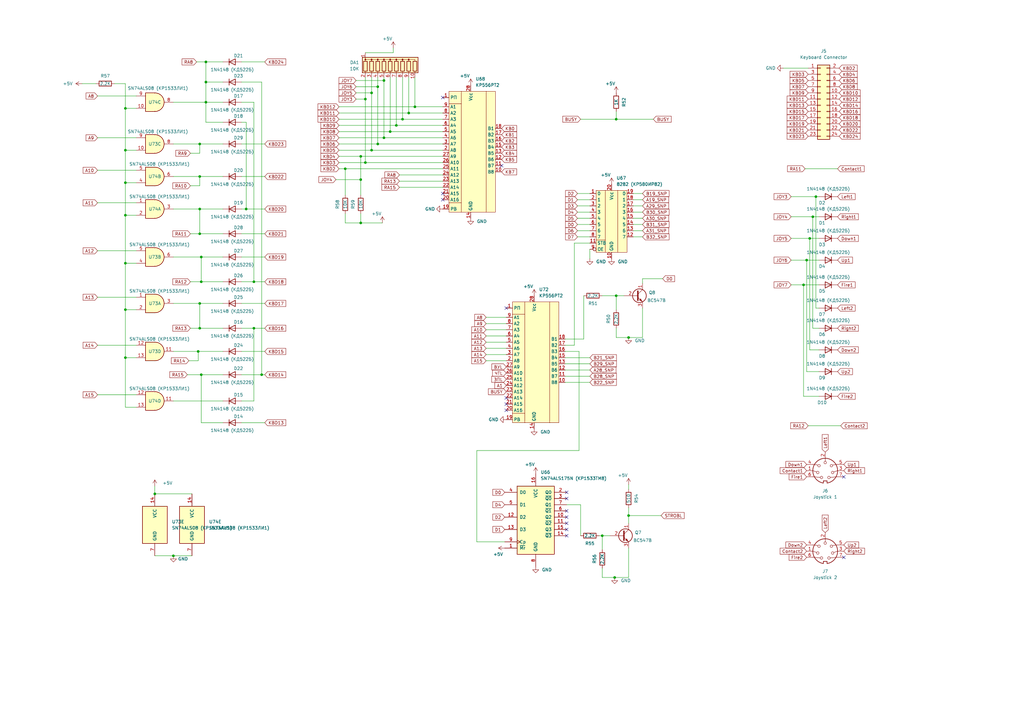
<source format=kicad_sch>
(kicad_sch (version 20211123) (generator eeschema)
  (paper "A3")
  (title_block (comment 2 "Евстафьев"))
  (junction (at 334.645 80.645))
  (junction (at 81.915 72.39))
  (junction (at 157.48 33.02))
  (junction (at 333.375 88.9))
  (junction (at 104.14 134.62))
  (junction (at 257.81 138.43))
  (junction (at 167.64 46.355))
  (junction (at 51.435 146.685))
  (junction (at 252.095 236.855))
  (junction (at 63.5 202.565))
  (junction (at 152.4 61.595))
  (junction (at 147.955 91.44))
  (junction (at 162.56 51.435))
  (junction (at 147.955 73.66))
  (junction (at 81.915 59.055))
  (junction (at 160.02 53.975))
  (junction (at 329.565 116.84))
  (junction (at 81.915 85.725))
  (junction (at 149.86 40.64))
  (junction (at 84.455 25.4))
  (junction (at 141.605 69.215))
  (junction (at 51.435 44.45))
  (junction (at 332.105 97.79))
  (junction (at 81.28 144.145))
  (junction (at 149.86 66.675))
  (junction (at 51.435 88.265))
  (junction (at 100.965 85.725))
  (junction (at 82.55 105.41))
  (junction (at 330.835 106.68))
  (junction (at 51.435 74.93))
  (junction (at 257.81 211.455))
  (junction (at 147.955 64.135))
  (junction (at 82.55 115.57))
  (junction (at 170.18 43.815))
  (junction (at 81.915 134.62))
  (junction (at 71.12 227.965))
  (junction (at 81.915 95.885))
  (junction (at 252.73 48.895))
  (junction (at 84.455 41.91))
  (junction (at 51.435 127))
  (junction (at 154.94 35.56))
  (junction (at 81.915 124.46))
  (junction (at 157.48 56.515))
  (junction (at 104.14 115.57))
  (junction (at 247.015 219.71))
  (junction (at 82.55 153.67))
  (junction (at 107.315 153.67))
  (junction (at 152.4 38.1))
  (junction (at 51.435 61.595))
  (junction (at 252.73 121.285))
  (junction (at 84.455 33.655))
  (junction (at 165.1 48.895))
  (junction (at 154.94 59.055))
  (junction (at 51.435 107.95))
  (no_connect (at 232.41 217.17))
  (no_connect (at 207.645 126.365))
  (no_connect (at 205.74 67.945))
  (no_connect (at 232.41 214.63))
  (no_connect (at 346.075 195.58))
  (no_connect (at 181.61 81.915))
  (no_connect (at 181.61 40.005))
  (no_connect (at 207.645 168.275))
  (no_connect (at 232.41 201.93))
  (no_connect (at 207.645 165.735))
  (no_connect (at 346.075 228.6))
  (no_connect (at 232.41 212.09))
  (no_connect (at 232.41 204.47))
  (no_connect (at 232.41 219.71))
  (no_connect (at 232.41 209.55))
  (no_connect (at 207.645 163.195))
  (no_connect (at 181.61 79.375))
  (wire (pts (xy 199.39 132.715) (xy 207.645 132.715)))
  (wire (pts (xy 162.56 51.435) (xy 181.61 51.435)))
  (wire (pts (xy 149.86 21.59) (xy 161.29 21.59)))
  (wire (pts (xy 84.455 41.91) (xy 91.44 41.91)))
  (wire (pts (xy 78.105 115.57) (xy 82.55 115.57)))
  (wire (pts (xy 108.585 95.885) (xy 99.06 95.885)))
  (wire (pts (xy 139.065 59.055) (xy 154.94 59.055)))
  (wire (pts (xy 139.065 53.975) (xy 160.02 53.975)))
  (wire (pts (xy 329.565 162.56) (xy 329.565 116.84)))
  (wire (pts (xy 333.375 134.62) (xy 333.375 88.9)))
  (wire (pts (xy 107.315 153.67) (xy 99.06 153.67)))
  (wire (pts (xy 33.655 34.29) (xy 39.37 34.29)))
  (wire (pts (xy 167.64 46.355) (xy 181.61 46.355)))
  (wire (pts (xy 154.94 31.75) (xy 154.94 35.56)))
  (wire (pts (xy 71.12 105.41) (xy 82.55 105.41)))
  (wire (pts (xy 139.065 43.815) (xy 170.18 43.815)))
  (wire (pts (xy 157.48 31.75) (xy 157.48 33.02)))
  (wire (pts (xy 108.585 85.725) (xy 100.965 85.725)))
  (wire (pts (xy 71.12 72.39) (xy 81.915 72.39)))
  (wire (pts (xy 77.47 147.955) (xy 81.28 147.955)))
  (wire (pts (xy 147.955 87.63) (xy 147.955 91.44)))
  (wire (pts (xy 236.855 97.155) (xy 241.935 97.155)))
  (wire (pts (xy 51.435 34.29) (xy 46.99 34.29)))
  (wire (pts (xy 40.005 121.92) (xy 55.88 121.92)))
  (wire (pts (xy 137.795 73.66) (xy 147.955 73.66)))
  (wire (pts (xy 263.525 89.535) (xy 259.715 89.535)))
  (wire (pts (xy 100.965 50.165) (xy 100.965 85.725)))
  (wire (pts (xy 81.915 124.46) (xy 91.44 124.46)))
  (wire (pts (xy 146.05 40.64) (xy 149.86 40.64)))
  (wire (pts (xy 324.485 116.84) (xy 329.565 116.84)))
  (wire (pts (xy 167.64 31.75) (xy 167.64 46.355)))
  (wire (pts (xy 81.915 124.46) (xy 81.915 134.62)))
  (wire (pts (xy 51.435 146.685) (xy 51.435 127)))
  (wire (pts (xy 81.915 85.725) (xy 91.44 85.725)))
  (wire (pts (xy 236.855 81.915) (xy 241.935 81.915)))
  (wire (pts (xy 80.645 25.4) (xy 84.455 25.4)))
  (wire (pts (xy 63.5 227.965) (xy 71.12 227.965)))
  (wire (pts (xy 329.565 116.84) (xy 335.915 116.84)))
  (wire (pts (xy 51.435 127) (xy 51.435 107.95)))
  (wire (pts (xy 82.55 105.41) (xy 91.44 105.41)))
  (wire (pts (xy 108.585 72.39) (xy 99.06 72.39)))
  (wire (pts (xy 157.48 33.02) (xy 157.48 56.515)))
  (wire (pts (xy 344.805 174.625) (xy 331.47 174.625)))
  (wire (pts (xy 321.31 27.94) (xy 331.47 27.94)))
  (wire (pts (xy 149.86 66.675) (xy 181.61 66.675)))
  (wire (pts (xy 257.81 224.79) (xy 257.81 236.855)))
  (wire (pts (xy 81.915 72.39) (xy 81.915 76.2)))
  (wire (pts (xy 247.015 236.855) (xy 247.015 233.045)))
  (wire (pts (xy 241.935 146.685) (xy 231.775 146.685)))
  (wire (pts (xy 139.065 46.355) (xy 167.64 46.355)))
  (wire (pts (xy 247.015 219.71) (xy 247.015 225.425)))
  (wire (pts (xy 239.395 139.065) (xy 239.395 121.285)))
  (wire (pts (xy 231.775 149.225) (xy 241.935 149.225)))
  (wire (pts (xy 139.065 64.135) (xy 147.955 64.135)))
  (wire (pts (xy 139.065 56.515) (xy 157.48 56.515)))
  (wire (pts (xy 139.065 51.435) (xy 162.56 51.435)))
  (wire (pts (xy 147.955 91.44) (xy 156.845 91.44)))
  (wire (pts (xy 81.915 95.885) (xy 91.44 95.885)))
  (wire (pts (xy 332.105 143.51) (xy 332.105 97.79)))
  (wire (pts (xy 152.4 31.75) (xy 152.4 38.1)))
  (wire (pts (xy 199.39 147.955) (xy 207.645 147.955)))
  (wire (pts (xy 263.525 92.075) (xy 259.715 92.075)))
  (wire (pts (xy 81.915 72.39) (xy 91.44 72.39)))
  (wire (pts (xy 252.73 121.285) (xy 255.905 121.285)))
  (wire (pts (xy 51.435 107.95) (xy 55.88 107.95)))
  (wire (pts (xy 241.935 151.765) (xy 231.775 151.765)))
  (wire (pts (xy 236.855 92.075) (xy 241.935 92.075)))
  (wire (pts (xy 163.83 76.835) (xy 181.61 76.835)))
  (wire (pts (xy 108.585 144.145) (xy 99.06 144.145)))
  (wire (pts (xy 152.4 61.595) (xy 181.61 61.595)))
  (wire (pts (xy 195.58 222.25) (xy 195.58 184.785)))
  (wire (pts (xy 332.105 97.79) (xy 335.915 97.79)))
  (wire (pts (xy 231.775 141.605) (xy 235.585 141.605)))
  (wire (pts (xy 84.455 33.655) (xy 84.455 25.4)))
  (wire (pts (xy 71.12 59.055) (xy 81.915 59.055)))
  (wire (pts (xy 71.12 41.91) (xy 84.455 41.91)))
  (wire (pts (xy 63.5 202.565) (xy 78.74 202.565)))
  (wire (pts (xy 51.435 74.93) (xy 51.435 61.595)))
  (wire (pts (xy 324.485 97.79) (xy 332.105 97.79)))
  (wire (pts (xy 78.105 95.885) (xy 81.915 95.885)))
  (wire (pts (xy 107.315 33.655) (xy 107.315 153.67)))
  (wire (pts (xy 51.435 44.45) (xy 55.88 44.45)))
  (wire (pts (xy 40.005 69.85) (xy 55.88 69.85)))
  (wire (pts (xy 51.435 107.95) (xy 51.435 88.265)))
  (wire (pts (xy 149.86 40.64) (xy 149.86 66.675)))
  (wire (pts (xy 91.44 115.57) (xy 82.55 115.57)))
  (wire (pts (xy 199.39 140.335) (xy 207.645 140.335)))
  (wire (pts (xy 51.435 74.93) (xy 55.88 74.93)))
  (wire (pts (xy 104.14 164.465) (xy 104.14 134.62)))
  (wire (pts (xy 82.55 173.355) (xy 82.55 153.67)))
  (wire (pts (xy 154.94 59.055) (xy 181.61 59.055)))
  (wire (pts (xy 263.525 94.615) (xy 259.715 94.615)))
  (wire (pts (xy 257.81 138.43) (xy 252.73 138.43)))
  (wire (pts (xy 162.56 31.75) (xy 162.56 51.435)))
  (wire (pts (xy 263.525 138.43) (xy 257.81 138.43)))
  (wire (pts (xy 165.1 31.75) (xy 165.1 48.895)))
  (wire (pts (xy 157.48 56.515) (xy 181.61 56.515)))
  (wire (pts (xy 238.125 48.895) (xy 252.73 48.895)))
  (wire (pts (xy 236.855 84.455) (xy 241.935 84.455)))
  (wire (pts (xy 199.39 130.175) (xy 207.645 130.175)))
  (wire (pts (xy 82.55 153.67) (xy 91.44 153.67)))
  (wire (pts (xy 81.28 144.145) (xy 91.44 144.145)))
  (wire (pts (xy 236.855 89.535) (xy 241.935 89.535)))
  (wire (pts (xy 263.525 84.455) (xy 259.715 84.455)))
  (wire (pts (xy 40.005 161.925) (xy 55.88 161.925)))
  (wire (pts (xy 40.005 102.87) (xy 55.88 102.87)))
  (wire (pts (xy 263.525 79.375) (xy 259.715 79.375)))
  (wire (pts (xy 81.915 59.055) (xy 81.915 62.865)))
  (wire (pts (xy 63.5 199.39) (xy 63.5 202.565)))
  (wire (pts (xy 91.44 173.355) (xy 82.55 173.355)))
  (wire (pts (xy 71.12 144.145) (xy 81.28 144.145)))
  (wire (pts (xy 139.065 48.895) (xy 165.1 48.895)))
  (wire (pts (xy 71.12 227.965) (xy 78.74 227.965)))
  (wire (pts (xy 55.88 167.005) (xy 51.435 167.005)))
  (wire (pts (xy 40.005 39.37) (xy 55.88 39.37)))
  (wire (pts (xy 99.06 50.165) (xy 100.965 50.165)))
  (wire (pts (xy 241.935 106.045) (xy 241.935 102.235)))
  (wire (pts (xy 108.585 153.67) (xy 107.315 153.67)))
  (wire (pts (xy 235.585 99.695) (xy 241.935 99.695)))
  (wire (pts (xy 139.065 61.595) (xy 152.4 61.595)))
  (wire (pts (xy 231.775 154.305) (xy 241.935 154.305)))
  (wire (pts (xy 99.06 85.725) (xy 100.965 85.725)))
  (wire (pts (xy 237.49 144.145) (xy 231.775 144.145)))
  (wire (pts (xy 160.02 31.75) (xy 160.02 53.975)))
  (wire (pts (xy 160.02 53.975) (xy 181.61 53.975)))
  (wire (pts (xy 104.14 41.91) (xy 104.14 115.57)))
  (wire (pts (xy 51.435 44.45) (xy 51.435 34.29)))
  (wire (pts (xy 147.955 64.135) (xy 181.61 64.135)))
  (wire (pts (xy 99.06 164.465) (xy 104.14 164.465)))
  (wire (pts (xy 263.525 114.3) (xy 263.525 116.205)))
  (wire (pts (xy 333.375 88.9) (xy 335.915 88.9)))
  (wire (pts (xy 82.55 105.41) (xy 82.55 115.57)))
  (wire (pts (xy 232.41 207.01) (xy 238.125 207.01)))
  (wire (pts (xy 199.39 145.415) (xy 207.645 145.415)))
  (wire (pts (xy 247.015 121.285) (xy 252.73 121.285)))
  (wire (pts (xy 78.105 62.865) (xy 81.915 62.865)))
  (wire (pts (xy 199.39 137.795) (xy 207.645 137.795)))
  (wire (pts (xy 78.105 134.62) (xy 81.915 134.62)))
  (wire (pts (xy 263.525 114.3) (xy 271.78 114.3)))
  (wire (pts (xy 91.44 50.165) (xy 84.455 50.165)))
  (wire (pts (xy 257.81 211.455) (xy 271.145 211.455)))
  (wire (pts (xy 247.015 219.71) (xy 250.19 219.71)))
  (wire (pts (xy 170.18 43.815) (xy 181.61 43.815)))
  (wire (pts (xy 51.435 167.005) (xy 51.435 146.685)))
  (wire (pts (xy 263.525 81.915) (xy 259.715 81.915)))
  (wire (pts (xy 252.73 138.43) (xy 252.73 134.62)))
  (wire (pts (xy 330.835 152.4) (xy 330.835 106.68)))
  (wire (pts (xy 84.455 50.165) (xy 84.455 41.91)))
  (wire (pts (xy 231.775 139.065) (xy 239.395 139.065)))
  (wire (pts (xy 40.005 141.605) (xy 55.88 141.605)))
  (wire (pts (xy 51.435 61.595) (xy 55.88 61.595)))
  (wire (pts (xy 263.525 86.995) (xy 259.715 86.995)))
  (wire (pts (xy 108.585 105.41) (xy 99.06 105.41)))
  (wire (pts (xy 199.39 135.255) (xy 207.645 135.255)))
  (wire (pts (xy 231.775 156.845) (xy 241.935 156.845)))
  (wire (pts (xy 139.065 69.215) (xy 141.605 69.215)))
  (wire (pts (xy 51.435 88.265) (xy 51.435 74.93)))
  (wire (pts (xy 108.585 124.46) (xy 99.06 124.46)))
  (wire (pts (xy 257.81 236.855) (xy 252.095 236.855)))
  (wire (pts (xy 238.125 207.01) (xy 238.125 219.71)))
  (wire (pts (xy 146.05 35.56) (xy 154.94 35.56)))
  (wire (pts (xy 84.455 25.4) (xy 91.44 25.4)))
  (wire (pts (xy 51.435 88.265) (xy 55.88 88.265)))
  (wire (pts (xy 81.28 144.145) (xy 81.28 147.955)))
  (wire (pts (xy 335.915 143.51) (xy 332.105 143.51)))
  (wire (pts (xy 141.605 69.215) (xy 141.605 80.01)))
  (wire (pts (xy 343.535 69.215) (xy 330.2 69.215)))
  (wire (pts (xy 141.605 91.44) (xy 147.955 91.44)))
  (wire (pts (xy 146.05 33.02) (xy 157.48 33.02)))
  (wire (pts (xy 252.73 45.72) (xy 252.73 48.895)))
  (wire (pts (xy 161.29 19.685) (xy 161.29 21.59)))
  (wire (pts (xy 84.455 33.655) (xy 84.455 41.91)))
  (wire (pts (xy 199.39 142.875) (xy 207.645 142.875)))
  (wire (pts (xy 324.485 80.645) (xy 334.645 80.645)))
  (wire (pts (xy 141.605 69.215) (xy 181.61 69.215)))
  (wire (pts (xy 51.435 127) (xy 55.88 127)))
  (wire (pts (xy 99.06 41.91) (xy 104.14 41.91)))
  (wire (pts (xy 324.485 106.68) (xy 330.835 106.68)))
  (wire (pts (xy 81.915 85.725) (xy 81.915 95.885)))
  (wire (pts (xy 207.01 222.25) (xy 195.58 222.25)))
  (wire (pts (xy 335.915 134.62) (xy 333.375 134.62)))
  (wire (pts (xy 237.49 184.785) (xy 237.49 144.145)))
  (wire (pts (xy 51.435 146.685) (xy 55.88 146.685)))
  (wire (pts (xy 236.855 79.375) (xy 241.935 79.375)))
  (wire (pts (xy 165.1 48.895) (xy 181.61 48.895)))
  (wire (pts (xy 108.585 25.4) (xy 99.06 25.4)))
  (wire (pts (xy 40.005 83.185) (xy 55.88 83.185)))
  (wire (pts (xy 81.915 134.62) (xy 91.44 134.62)))
  (wire (pts (xy 146.05 38.1) (xy 152.4 38.1)))
  (wire (pts (xy 147.955 64.135) (xy 147.955 73.66)))
  (wire (pts (xy 163.83 71.755) (xy 181.61 71.755)))
  (wire (pts (xy 252.095 236.855) (xy 247.015 236.855)))
  (wire (pts (xy 236.855 86.995) (xy 241.935 86.995)))
  (wire (pts (xy 257.81 211.455) (xy 257.81 214.63)))
  (wire (pts (xy 236.855 94.615) (xy 241.935 94.615)))
  (wire (pts (xy 334.645 80.645) (xy 335.915 80.645)))
  (wire (pts (xy 334.645 126.365) (xy 334.645 80.645)))
  (wire (pts (xy 252.73 48.895) (xy 267.97 48.895)))
  (wire (pts (xy 71.12 85.725) (xy 81.915 85.725)))
  (wire (pts (xy 335.915 126.365) (xy 334.645 126.365)))
  (wire (pts (xy 91.44 33.655) (xy 84.455 33.655)))
  (wire (pts (xy 149.86 31.75) (xy 149.86 40.64)))
  (wire (pts (xy 263.525 97.155) (xy 259.715 97.155)))
  (wire (pts (xy 252.73 121.285) (xy 252.73 127)))
  (wire (pts (xy 263.525 126.365) (xy 263.525 138.43)))
  (wire (pts (xy 324.485 88.9) (xy 333.375 88.9)))
  (wire (pts (xy 195.58 184.785) (xy 237.49 184.785)))
  (wire (pts (xy 147.955 73.66) (xy 147.955 80.01)))
  (wire (pts (xy 335.915 152.4) (xy 330.835 152.4)))
  (wire (pts (xy 330.835 106.68) (xy 335.915 106.68)))
  (wire (pts (xy 152.4 38.1) (xy 152.4 61.595)))
  (wire (pts (xy 71.12 124.46) (xy 81.915 124.46)))
  (wire (pts (xy 108.585 59.055) (xy 99.06 59.055)))
  (wire (pts (xy 78.105 76.2) (xy 81.915 76.2)))
  (wire (pts (xy 154.94 35.56) (xy 154.94 59.055)))
  (wire (pts (xy 141.605 87.63) (xy 141.605 91.44)))
  (wire (pts (xy 76.835 153.67) (xy 82.55 153.67)))
  (wire (pts (xy 71.12 164.465) (xy 91.44 164.465)))
  (wire (pts (xy 163.83 74.295) (xy 181.61 74.295)))
  (wire (pts (xy 108.585 134.62) (xy 104.14 134.62)))
  (wire (pts (xy 257.81 198.755) (xy 257.81 200.66)))
  (wire (pts (xy 170.18 31.75) (xy 170.18 43.815)))
  (wire (pts (xy 108.585 115.57) (xy 104.14 115.57)))
  (wire (pts (xy 108.585 173.355) (xy 99.06 173.355)))
  (wire (pts (xy 104.14 115.57) (xy 99.06 115.57)))
  (wire (pts (xy 139.065 66.675) (xy 149.86 66.675)))
  (wire (pts (xy 40.005 56.515) (xy 55.88 56.515)))
  (wire (pts (xy 335.915 162.56) (xy 329.565 162.56)))
  (wire (pts (xy 99.06 33.655) (xy 107.315 33.655)))
  (wire (pts (xy 51.435 61.595) (xy 51.435 44.45)))
  (wire (pts (xy 257.81 208.28) (xy 257.81 211.455)))
  (wire (pts (xy 104.14 134.62) (xy 99.06 134.62)))
  (wire (pts (xy 245.745 219.71) (xy 247.015 219.71)))
  (wire (pts (xy 235.585 141.605) (xy 235.585 99.695)))
  (wire (pts (xy 81.915 59.055) (xy 91.44 59.055)))
  (global_label "Up2" (shape input) (at 346.075 223.52 0) (property "Intersheet References" "${INTERSHEET_REFS}" (effects hide)))
  (global_label "Left1" (shape input) (at 343.535 80.645 0) (property "Intersheet References" "${INTERSHEET_REFS}" (effects hide)))
  (global_label "A30_SNP" (shape input) (at 263.525 89.535 0) (property "Intersheet References" "${INTERSHEET_REFS}" (effects hide)))
  (global_label "JOY6" (shape input) (at 324.485 106.68 180) (property "Intersheet References" "${INTERSHEET_REFS}" (effects hide)))
  (global_label "B29_SNP" (shape input) (at 241.935 149.225 0) (property "Intersheet References" "${INTERSHEET_REFS}" (effects hide)))
  (global_label "KBD6" (shape input) (at 139.065 59.055 180) (property "Intersheet References" "${INTERSHEET_REFS}" (effects hide)))
  (global_label "D0" (shape input) (at 236.855 92.075 180) (property "Intersheet References" "${INTERSHEET_REFS}" (effects hide)))
  (global_label "KBD2" (shape input) (at 344.17 27.94 0) (property "Intersheet References" "${INTERSHEET_REFS}" (effects hide)))
  (global_label "KBD11" (shape input) (at 331.47 40.64 180) (property "Intersheet References" "${INTERSHEET_REFS}" (effects hide)))
  (global_label "Down2" (shape input) (at 330.835 223.52 180) (property "Intersheet References" "${INTERSHEET_REFS}" (effects hide)))
  (global_label "RA8" (shape input) (at 163.83 71.755 180) (property "Intersheet References" "${INTERSHEET_REFS}" (effects hide)))
  (global_label "JOY4" (shape input) (at 324.485 88.9 180) (property "Intersheet References" "${INTERSHEET_REFS}" (effects hide)))
  (global_label "KBD8" (shape input) (at 139.065 53.975 180) (property "Intersheet References" "${INTERSHEET_REFS}" (effects hide)))
  (global_label "KBD7" (shape input) (at 139.065 56.515 180) (property "Intersheet References" "${INTERSHEET_REFS}" (effects hide)))
  (global_label "Fire2" (shape input) (at 330.835 228.6 180) (property "Intersheet References" "${INTERSHEET_REFS}" (effects hide)))
  (global_label "KBD23" (shape input) (at 108.585 59.055 0) (property "Intersheet References" "${INTERSHEET_REFS}" (effects hide)))
  (global_label "B21_SNP" (shape input) (at 241.935 146.685 0) (property "Intersheet References" "${INTERSHEET_REFS}" (effects hide)))
  (global_label "KBD13" (shape input) (at 331.47 43.18 180) (property "Intersheet References" "${INTERSHEET_REFS}" (effects hide)))
  (global_label "A14" (shape input) (at 40.005 141.605 180) (property "Intersheet References" "${INTERSHEET_REFS}" (effects hide)))
  (global_label "A19_SNP" (shape input) (at 263.525 81.915 0) (property "Intersheet References" "${INTERSHEET_REFS}" (effects hide)))
  (global_label "KB4" (shape input) (at 205.74 62.865 0) (property "Intersheet References" "${INTERSHEET_REFS}" (effects hide)))
  (global_label "KB1" (shape input) (at 205.74 55.245 0) (property "Intersheet References" "${INTERSHEET_REFS}" (effects hide)))
  (global_label "A14" (shape input) (at 199.39 145.415 180) (property "Intersheet References" "${INTERSHEET_REFS}" (effects hide)))
  (global_label "Right1" (shape input) (at 346.075 193.04 0) (property "Intersheet References" "${INTERSHEET_REFS}" (effects hide)))
  (global_label "KBD15" (shape input) (at 331.47 45.72 180) (property "Intersheet References" "${INTERSHEET_REFS}" (effects hide)))
  (global_label "Right1" (shape input) (at 343.535 88.9 0) (property "Intersheet References" "${INTERSHEET_REFS}" (effects hide)))
  (global_label "KBD19" (shape input) (at 108.585 105.41 0) (property "Intersheet References" "${INTERSHEET_REFS}" (effects hide)))
  (global_label "RA11" (shape input) (at 330.2 69.215 180) (property "Intersheet References" "${INTERSHEET_REFS}" (effects hide)))
  (global_label "KBD12" (shape input) (at 139.065 43.815 180) (property "Intersheet References" "${INTERSHEET_REFS}" (effects hide)))
  (global_label "A9" (shape input) (at 199.39 132.715 180) (property "Intersheet References" "${INTERSHEET_REFS}" (effects hide)))
  (global_label "KBD6" (shape input) (at 344.17 33.02 0) (property "Intersheet References" "${INTERSHEET_REFS}" (effects hide)))
  (global_label "KBD4" (shape input) (at 139.065 64.135 180) (property "Intersheet References" "${INTERSHEET_REFS}" (effects hide)))
  (global_label "D5" (shape input) (at 236.855 89.535 180) (property "Intersheet References" "${INTERSHEET_REFS}" (effects hide)))
  (global_label "A15" (shape input) (at 40.005 161.925 180) (property "Intersheet References" "${INTERSHEET_REFS}" (effects hide)))
  (global_label "KBD21" (shape input) (at 331.47 53.34 180) (property "Intersheet References" "${INTERSHEET_REFS}" (effects hide)))
  (global_label "ЗПL" (shape input) (at 207.645 155.575 180) (property "Intersheet References" "${INTERSHEET_REFS}" (effects hide)))
  (global_label "D1" (shape input) (at 207.01 217.17 180) (property "Intersheet References" "${INTERSHEET_REFS}" (effects hide)))
  (global_label "Fire2" (shape input) (at 343.535 162.56 0) (property "Intersheet References" "${INTERSHEET_REFS}" (effects hide)))
  (global_label "B32_SNP" (shape input) (at 263.525 97.155 0) (property "Intersheet References" "${INTERSHEET_REFS}" (effects hide)))
  (global_label "KBD11" (shape input) (at 139.065 46.355 180) (property "Intersheet References" "${INTERSHEET_REFS}" (effects hide)))
  (global_label "D6" (shape input) (at 236.855 94.615 180) (property "Intersheet References" "${INTERSHEET_REFS}" (effects hide)))
  (global_label "KBD14" (shape input) (at 108.585 153.67 0) (property "Intersheet References" "${INTERSHEET_REFS}" (effects hide)))
  (global_label "KBD10" (shape input) (at 139.065 48.895 180) (property "Intersheet References" "${INTERSHEET_REFS}" (effects hide)))
  (global_label "KBD22" (shape input) (at 344.17 53.34 0) (property "Intersheet References" "${INTERSHEET_REFS}" (effects hide)))
  (global_label "RA12" (shape input) (at 331.47 174.625 180) (property "Intersheet References" "${INTERSHEET_REFS}" (effects hide)))
  (global_label "Contact1" (shape input) (at 330.835 193.04 180) (property "Intersheet References" "${INTERSHEET_REFS}" (effects hide)))
  (global_label "KBD22" (shape input) (at 108.585 72.39 0) (property "Intersheet References" "${INTERSHEET_REFS}" (effects hide)))
  (global_label "KBD20" (shape input) (at 344.17 50.8 0) (property "Intersheet References" "${INTERSHEET_REFS}" (effects hide)))
  (global_label "RA13" (shape input) (at 78.105 134.62 180) (property "Intersheet References" "${INTERSHEET_REFS}" (effects hide)))
  (global_label "KBD19" (shape input) (at 331.47 50.8 180) (property "Intersheet References" "${INTERSHEET_REFS}" (effects hide)))
  (global_label "KB3" (shape input) (at 205.74 60.325 0) (property "Intersheet References" "${INTERSHEET_REFS}" (effects hide)))
  (global_label "KBD8" (shape input) (at 344.17 35.56 0) (property "Intersheet References" "${INTERSHEET_REFS}" (effects hide)))
  (global_label "RA14" (shape input) (at 77.47 147.955 180) (property "Intersheet References" "${INTERSHEET_REFS}" (effects hide)))
  (global_label "A10" (shape input) (at 40.005 69.85 180) (property "Intersheet References" "${INTERSHEET_REFS}" (effects hide)))
  (global_label "RA15" (shape input) (at 163.83 76.835 180) (property "Intersheet References" "${INTERSHEET_REFS}" (effects hide)))
  (global_label "BUSY" (shape input) (at 238.125 48.895 180) (property "Intersheet References" "${INTERSHEET_REFS}" (effects hide)))
  (global_label "KBD20" (shape input) (at 108.585 85.725 0) (property "Intersheet References" "${INTERSHEET_REFS}" (effects hide)))
  (global_label "Up1" (shape input) (at 343.535 106.68 0) (property "Intersheet References" "${INTERSHEET_REFS}" (effects hide)))
  (global_label "Fire1" (shape input) (at 330.835 195.58 180) (property "Intersheet References" "${INTERSHEET_REFS}" (effects hide)))
  (global_label "A1" (shape input) (at 207.645 158.115 180) (property "Intersheet References" "${INTERSHEET_REFS}" (effects hide)))
  (global_label "KBD16" (shape input) (at 108.585 134.62 0) (property "Intersheet References" "${INTERSHEET_REFS}" (effects hide)))
  (global_label "Up2" (shape input) (at 343.535 152.4 0) (property "Intersheet References" "${INTERSHEET_REFS}" (effects hide)))
  (global_label "D2" (shape input) (at 236.855 79.375 180) (property "Intersheet References" "${INTERSHEET_REFS}" (effects hide)))
  (global_label "Right2" (shape input) (at 346.075 226.06 0) (property "Intersheet References" "${INTERSHEET_REFS}" (effects hide)))
  (global_label "RA8" (shape input) (at 80.645 25.4 180) (property "Intersheet References" "${INTERSHEET_REFS}" (effects hide)))
  (global_label "A12" (shape input) (at 199.39 140.335 180) (property "Intersheet References" "${INTERSHEET_REFS}" (effects hide)))
  (global_label "A29_SNP" (shape input) (at 263.525 84.455 0) (property "Intersheet References" "${INTERSHEET_REFS}" (effects hide)))
  (global_label "ВУL" (shape input) (at 207.645 150.495 180) (property "Intersheet References" "${INTERSHEET_REFS}" (effects hide)))
  (global_label "A31_SNP" (shape input) (at 263.525 94.615 0) (property "Intersheet References" "${INTERSHEET_REFS}" (effects hide)))
  (global_label "Up1" (shape input) (at 346.075 190.5 0) (property "Intersheet References" "${INTERSHEET_REFS}" (effects hide)))
  (global_label "B30_SNP" (shape input) (at 263.525 86.995 0) (property "Intersheet References" "${INTERSHEET_REFS}" (effects hide)))
  (global_label "KBD12" (shape input) (at 344.17 40.64 0) (property "Intersheet References" "${INTERSHEET_REFS}" (effects hide)))
  (global_label "KBD18" (shape input) (at 108.585 115.57 0) (property "Intersheet References" "${INTERSHEET_REFS}" (effects hide)))
  (global_label "KB0" (shape input) (at 205.74 52.705 0) (property "Intersheet References" "${INTERSHEET_REFS}" (effects hide)))
  (global_label "KBD10" (shape input) (at 344.17 38.1 0) (property "Intersheet References" "${INTERSHEET_REFS}" (effects hide)))
  (global_label "RA15" (shape input) (at 76.835 153.67 180) (property "Intersheet References" "${INTERSHEET_REFS}" (effects hide)))
  (global_label "RA12" (shape input) (at 78.105 115.57 180) (property "Intersheet References" "${INTERSHEET_REFS}" (effects hide)))
  (global_label "RA10" (shape input) (at 78.105 76.2 180) (property "Intersheet References" "${INTERSHEET_REFS}" (effects hide)))
  (global_label "KBD3" (shape input) (at 139.065 66.675 180) (property "Intersheet References" "${INTERSHEET_REFS}" (effects hide)))
  (global_label "A13" (shape input) (at 40.005 121.92 180) (property "Intersheet References" "${INTERSHEET_REFS}" (effects hide)))
  (global_label "A15" (shape input) (at 199.39 147.955 180) (property "Intersheet References" "${INTERSHEET_REFS}" (effects hide)))
  (global_label "KBD23" (shape input) (at 331.47 55.88 180) (property "Intersheet References" "${INTERSHEET_REFS}" (effects hide)))
  (global_label "JOY4" (shape input) (at 137.795 73.66 180) (property "Intersheet References" "${INTERSHEET_REFS}" (effects hide)))
  (global_label "KBD13" (shape input) (at 108.585 173.355 0) (property "Intersheet References" "${INTERSHEET_REFS}" (effects hide)))
  (global_label "Contact2" (shape input) (at 330.835 226.06 180) (property "Intersheet References" "${INTERSHEET_REFS}" (effects hide)))
  (global_label "Left1" (shape input) (at 338.455 185.42 90) (property "Intersheet References" "${INTERSHEET_REFS}" (effects hide)))
  (global_label "KBD24" (shape input) (at 344.17 55.88 0) (property "Intersheet References" "${INTERSHEET_REFS}" (effects hide)))
  (global_label "D4" (shape input) (at 236.855 86.995 180) (property "Intersheet References" "${INTERSHEET_REFS}" (effects hide)))
  (global_label "B19_SNP" (shape input) (at 263.525 79.375 0) (property "Intersheet References" "${INTERSHEET_REFS}" (effects hide)))
  (global_label "A9" (shape input) (at 40.005 56.515 180) (property "Intersheet References" "${INTERSHEET_REFS}" (effects hide)))
  (global_label "KBD17" (shape input) (at 108.585 124.46 0) (property "Intersheet References" "${INTERSHEET_REFS}" (effects hide)))
  (global_label "BUSY" (shape input) (at 207.645 160.655 180) (property "Intersheet References" "${INTERSHEET_REFS}" (effects hide)))
  (global_label "KBD16" (shape input) (at 344.17 45.72 0) (property "Intersheet References" "${INTERSHEET_REFS}" (effects hide)))
  (global_label "D7" (shape input) (at 236.855 97.155 180) (property "Intersheet References" "${INTERSHEET_REFS}" (effects hide)))
  (global_label "RA11" (shape input) (at 78.105 95.885 180) (property "Intersheet References" "${INTERSHEET_REFS}" (effects hide)))
  (global_label "JOY3" (shape input) (at 324.485 80.645 180) (property "Intersheet References" "${INTERSHEET_REFS}" (effects hide)))
  (global_label "JOY7" (shape input) (at 324.485 116.84 180) (property "Intersheet References" "${INTERSHEET_REFS}" (effects hide)))
  (global_label "Down1" (shape input) (at 343.535 97.79 0) (property "Intersheet References" "${INTERSHEET_REFS}" (effects hide)))
  (global_label "A11" (shape input) (at 40.005 83.185 180) (property "Intersheet References" "${INTERSHEET_REFS}" (effects hide)))
  (global_label "KBD15" (shape input) (at 108.585 144.145 0) (property "Intersheet References" "${INTERSHEET_REFS}" (effects hide)))
  (global_label "KBD9" (shape input) (at 139.065 51.435 180) (property "Intersheet References" "${INTERSHEET_REFS}" (effects hide)))
  (global_label "KBD5" (shape input) (at 331.47 33.02 180) (property "Intersheet References" "${INTERSHEET_REFS}" (effects hide)))
  (global_label "A11" (shape input) (at 199.39 137.795 180) (property "Intersheet References" "${INTERSHEET_REFS}" (effects hide)))
  (global_label "KBD5" (shape input) (at 139.065 61.595 180) (property "Intersheet References" "${INTERSHEET_REFS}" (effects hide)))
  (global_label "RA9" (shape input) (at 78.105 62.865 180) (property "Intersheet References" "${INTERSHEET_REFS}" (effects hide)))
  (global_label "Down2" (shape input) (at 343.535 143.51 0) (property "Intersheet References" "${INTERSHEET_REFS}" (effects hide)))
  (global_label "KBD2" (shape input) (at 139.065 69.215 180) (property "Intersheet References" "${INTERSHEET_REFS}" (effects hide)))
  (global_label "KBD24" (shape input) (at 108.585 25.4 0) (property "Intersheet References" "${INTERSHEET_REFS}" (effects hide)))
  (global_label "STROBL" (shape input) (at 271.145 211.455 0) (property "Intersheet References" "${INTERSHEET_REFS}" (effects hide)))
  (global_label "D2" (shape input) (at 207.01 212.09 180) (property "Intersheet References" "${INTERSHEET_REFS}" (effects hide)))
  (global_label "Right2" (shape input) (at 343.535 134.62 0) (property "Intersheet References" "${INTERSHEET_REFS}" (effects hide)))
  (global_label "JOY5" (shape input) (at 146.05 38.1 180) (property "Intersheet References" "${INTERSHEET_REFS}" (effects hide)))
  (global_label "D3" (shape input) (at 236.855 84.455 180) (property "Intersheet References" "${INTERSHEET_REFS}" (effects hide)))
  (global_label "KBD18" (shape input) (at 344.17 48.26 0) (property "Intersheet References" "${INTERSHEET_REFS}" (effects hide)))
  (global_label "A12" (shape input) (at 40.005 102.87 180) (property "Intersheet References" "${INTERSHEET_REFS}" (effects hide)))
  (global_label "B31_SNP" (shape input) (at 263.525 92.075 0) (property "Intersheet References" "${INTERSHEET_REFS}" (effects hide)))
  (global_label "KBD4" (shape input) (at 344.17 30.48 0) (property "Intersheet References" "${INTERSHEET_REFS}" (effects hide)))
  (global_label "KBD7" (shape input) (at 331.47 35.56 180) (property "Intersheet References" "${INTERSHEET_REFS}" (effects hide)))
  (global_label "Fire1" (shape input) (at 343.535 116.84 0) (property "Intersheet References" "${INTERSHEET_REFS}" (effects hide)))
  (global_label "A10" (shape input) (at 199.39 135.255 180) (property "Intersheet References" "${INTERSHEET_REFS}" (effects hide)))
  (global_label "D0" (shape input) (at 271.78 114.3 0) (property "Intersheet References" "${INTERSHEET_REFS}" (effects hide)))
  (global_label "Contact2" (shape input) (at 344.805 174.625 0) (property "Intersheet References" "${INTERSHEET_REFS}" (effects hide)))
  (global_label "KBD21" (shape input) (at 108.585 95.885 0) (property "Intersheet References" "${INTERSHEET_REFS}" (effects hide)))
  (global_label "KBD17" (shape input) (at 331.47 48.26 180) (property "Intersheet References" "${INTERSHEET_REFS}" (effects hide)))
  (global_label "BUSY" (shape input) (at 267.97 48.895 0) (property "Intersheet References" "${INTERSHEET_REFS}" (effects hide)))
  (global_label "KB2" (shape input) (at 205.74 57.785 0) (property "Intersheet References" "${INTERSHEET_REFS}" (effects hide)))
  (global_label "A13" (shape input) (at 199.39 142.875 180) (property "Intersheet References" "${INTERSHEET_REFS}" (effects hide)))
  (global_label "KBD9" (shape input) (at 331.47 38.1 180) (property "Intersheet References" "${INTERSHEET_REFS}" (effects hide)))
  (global_label "A28_SNP" (shape input) (at 241.935 151.765 0) (property "Intersheet References" "${INTERSHEET_REFS}" (effects hide)))
  (global_label "KB5" (shape input) (at 205.74 65.405 0) (property "Intersheet References" "${INTERSHEET_REFS}" (effects hide)))
  (global_label "JOY3" (shape input) (at 146.05 40.64 180) (property "Intersheet References" "${INTERSHEET_REFS}" (effects hide)))
  (global_label "D1" (shape input) (at 236.855 81.915 180) (property "Intersheet References" "${INTERSHEET_REFS}" (effects hide)))
  (global_label "A8" (shape input) (at 199.39 130.175 180) (property "Intersheet References" "${INTERSHEET_REFS}" (effects hide)))
  (global_label "JOY5" (shape input) (at 324.485 97.79 180) (property "Intersheet References" "${INTERSHEET_REFS}" (effects hide)))
  (global_label "KBD3" (shape input) (at 331.47 30.48 180) (property "Intersheet References" "${INTERSHEET_REFS}" (effects hide)))
  (global_label "B28_SNP" (shape input) (at 241.935 154.305 0) (property "Intersheet References" "${INTERSHEET_REFS}" (effects hide)))
  (global_label "Left2" (shape input) (at 338.455 218.44 90) (property "Intersheet References" "${INTERSHEET_REFS}" (effects hide)))
  (global_label "D4" (shape input) (at 207.01 207.01 180) (property "Intersheet References" "${INTERSHEET_REFS}" (effects hide)))
  (global_label "JOY6" (shape input) (at 146.05 35.56 180) (property "Intersheet References" "${INTERSHEET_REFS}" (effects hide)))
  (global_label "KBD14" (shape input) (at 344.17 43.18 0) (property "Intersheet References" "${INTERSHEET_REFS}" (effects hide)))
  (global_label "RA13" (shape input) (at 163.83 74.295 180) (property "Intersheet References" "${INTERSHEET_REFS}" (effects hide)))
  (global_label "D0" (shape input) (at 207.01 201.93 180) (property "Intersheet References" "${INTERSHEET_REFS}" (effects hide)))
  (global_label "Left2" (shape input) (at 343.535 126.365 0) (property "Intersheet References" "${INTERSHEET_REFS}" (effects hide)))
  (global_label "ЧТL" (shape input) (at 207.645 153.035 180) (property "Intersheet References" "${INTERSHEET_REFS}" (effects hide)))
  (global_label "B22_SNP" (shape input) (at 241.935 156.845 0) (property "Intersheet References" "${INTERSHEET_REFS}" (effects hide)))
  (global_label "Contact1" (shape input) (at 343.535 69.215 0) (property "Intersheet References" "${INTERSHEET_REFS}" (effects hide)))
  (global_label "KB7" (shape input) (at 205.74 70.485 0) (property "Intersheet References" "${INTERSHEET_REFS}" (effects hide)))
  (global_label "JOY7" (shape input) (at 146.05 33.02 180) (property "Intersheet References" "${INTERSHEET_REFS}" (effects hide)))
  (global_label "A8" (shape input) (at 40.005 39.37 180) (property "Intersheet References" "${INTERSHEET_REFS}" (effects hide)))
  (global_label "Down1" (shape input) (at 330.835 190.5 180) (property "Intersheet References" "${INTERSHEET_REFS}" (effects hide)))
  (symbol (lib_id "power:+5V") (at 33.655 34.29 90) (unit 1)
    (property "Reference" "#PWR0253" (effects hide))
    (property "Value" "+5V" (at 29.845 34.2899 90) (effects (justify left)))
  )
  (symbol (lib_id "Device:R") (at 147.955 83.82 180) (unit 1)
    (property "Reference" "R59" (at 144.78 83.82 90))
    (property "Value" "10K" (at 147.955 83.82 90))
    (property "Footprint" "Resistor_THT:R_Axial_DIN0207_L6.3mm_D2.5mm_P10.16mm_Horizontal" (effects hide))
  )
  (symbol (lib_id "power:GND") (at 71.12 227.965 0) (unit 1)
    (property "Reference" "#PWR0254" (effects hide))
    (property "Value" "GND" (at 73.025 229.2349 0) (effects (justify left)))
  )
  (symbol (lib_id "power:+5V") (at 219.71 194.31 0) (unit 1)
    (property "Reference" "#PWR0266" (effects hide))
    (property "Value" "+5V" (at 215.265 190.5 0) (effects (justify left)))
  )
  (symbol (lib_id "74xx:74LS08") (at 63.5 215.265 0) (unit 5)
    (property "Reference" "U73" (at 70.485 213.9949 0) (effects (justify left)))
    (property "Value" "SN74ALS08 (КР1533ЛИ1)" (at 70.485 216.5349 0) (effects (justify left)))
    (property "Footprint" "Package_DIP:DIP-14_W7.62mm_Socket" (effects hide))
    (property "Datasheet" "http://www.ti.com/lit/gpn/sn74LS08" (effects hide))
  )
  (symbol (lib_id "Device:R") (at 43.18 34.29 90) (unit 1)
    (property "Reference" "R57" (at 43.18 31.115 90))
    (property "Value" "2.2K" (at 43.18 34.29 90))
    (property "Footprint" "Resistor_THT:R_Axial_DIN0207_L6.3mm_D2.5mm_P10.16mm_Horizontal" (effects hide))
  )
  (symbol (lib_id "power:+5V") (at 63.5 199.39 0) (unit 1)
    (property "Reference" "#PWR0252" (effects hide))
    (property "Value" "+5V" (at 66.675 198.1199 0) (effects (justify left)))
  )
  (symbol (lib_id "power:GND") (at 241.935 106.045 0) (unit 1)
    (property "Reference" "#PWR0273" (effects hide))
    (property "Value" "GND" (at 244.475 107.3149 0) (effects (justify left)))
  )
  (symbol (lib_id "power:GND") (at 193.04 89.535 0) (unit 1)
    (property "Reference" "#PWR0256" (effects hide))
    (property "Value" "GND" (at 195.58 90.8049 0) (effects (justify left)))
  )
  (symbol (lib_id "74xx:74LS08") (at 63.5 164.465 0) (unit 4)
    (property "Reference" "U74" (at 63.5 164.465 0))
    (property "Value" "SN74ALS08 (КР1533ЛИ1)" (at 65.405 159.385 0))
    (property "Footprint" "Package_DIP:DIP-14_W7.62mm_Socket" (effects hide))
    (property "Datasheet" "http://www.ti.com/lit/gpn/sn74LS08" (effects hide))
  )
  (symbol (lib_id "74xx:74LS08") (at 63.5 85.725 0) (unit 1)
    (property "Reference" "U74" (at 63.5 85.725 0))
    (property "Value" "SN74ALS08 (КР1533ЛИ1)" (at 65.405 80.645 0))
    (property "Footprint" "Package_DIP:DIP-14_W7.62mm_Socket" (effects hide))
    (property "Datasheet" "http://www.ti.com/lit/gpn/sn74LS08" (effects hide))
  )
  (symbol (lib_id "Device:D") (at 95.25 85.725 0) (unit 1)
    (property "Reference" "D19" (at 97.79 83.185 0))
    (property "Value" "1N4148 (КД522Б)" (at 95.25 88.9 0))
    (property "Footprint" "Diode_THT:D_DO-35_SOD27_P10.16mm_Horizontal" (effects hide))
  )
  (symbol (lib_id "power:+5V") (at 219.075 121.285 0) (unit 1)
    (property "Reference" "#PWR0269" (effects hide))
    (property "Value" "+5V" (at 214.63 117.475 0) (effects (justify left)))
  )
  (symbol (lib_id "Connector:DIN-7") (at 338.455 193.04 0) (unit 1)
    (property "Reference" "J6" (at 338.4551 201.295 0))
    (property "Value" "Joystick 1" (at 338.4551 203.835 0))
    (property "Footprint" "w_conn_av:DIN-7-Variable" (effects hide))
    (property "Datasheet" "http://www.mouser.com/ds/2/18/40_c091_abd_e-75918.pdf" (effects hide))
  )
  (symbol (lib_id "Device:R") (at 257.81 204.47 0) (unit 1)
    (property "Reference" "R54" (at 260.985 204.47 90))
    (property "Value" "510" (at 257.81 204.47 90))
    (property "Footprint" "Resistor_THT:R_Axial_DIN0207_L6.3mm_D2.5mm_P10.16mm_Horizontal" (effects hide))
  )
  (symbol (lib_id "Device:R") (at 252.73 41.91 0) (unit 1)
    (property "Reference" "R52" (at 255.905 41.91 90))
    (property "Value" "1K" (at 252.73 41.91 90))
    (property "Footprint" "Resistor_THT:R_Axial_DIN0207_L6.3mm_D2.5mm_P10.16mm_Horizontal" (effects hide))
  )
  (symbol (lib_id "power:+5V") (at 250.825 75.565 0) (unit 1)
    (property "Reference" "#PWR0272" (effects hide))
    (property "Value" "+5V" (at 246.38 71.755 0) (effects (justify left)))
  )
  (symbol (lib_id "power:+5V") (at 161.29 19.685 0) (unit 1)
    (property "Reference" "#PWR0259" (effects hide))
    (property "Value" "+5V" (at 156.845 15.875 0) (effects (justify left)))
  )
  (symbol (lib_id "Device:D") (at 95.25 173.355 0) (unit 1)
    (property "Reference" "D14" (at 97.79 170.815 0))
    (property "Value" "1N4148 (КД522Б)" (at 95.25 176.53 0))
    (property "Footprint" "Diode_THT:D_DO-35_SOD27_P10.16mm_Horizontal" (effects hide))
  )
  (symbol (lib_id "Device:D") (at 339.725 116.84 180) (unit 1)
    (property "Reference" "D5" (at 337.185 119.38 0))
    (property "Value" "1N4148 (КД522Б)" (at 339.725 113.665 0))
    (property "Footprint" "Diode_THT:D_DO-35_SOD27_P10.16mm_Horizontal" (effects hide))
  )
  (symbol (lib_id "Device:D") (at 339.725 80.645 180) (unit 1)
    (property "Reference" "D2" (at 337.185 83.185 0))
    (property "Value" "1N4148 (КД522Б)" (at 339.725 77.47 0))
    (property "Footprint" "Diode_THT:D_DO-35_SOD27_P10.16mm_Horizontal" (effects hide))
  )
  (symbol (lib_id "Device:D") (at 339.725 143.51 180) (unit 1)
    (property "Reference" "D8" (at 337.185 146.05 0))
    (property "Value" "1N4148 (КД522Б)" (at 339.725 140.335 0))
    (property "Footprint" "Diode_THT:D_DO-35_SOD27_P10.16mm_Horizontal" (effects hide))
  )
  (symbol (lib_id "Device:R_Network09") (at 160.02 26.67 0) (unit 1)
    (property "Reference" "DA1" (at 147.32 25.6539 0) (effects (justify right)))
    (property "Value" "10K" (at 147.32 28.1939 0) (effects (justify right)))
    (property "Footprint" "Resistor_THT:R_Array_SIP10" (effects hide))
    (property "Datasheet" "http://www.vishay.com/docs/31509/csc.pdf" (effects hide))
  )
  (symbol (lib_id "power:+5V") (at 193.04 34.925 0) (unit 1)
    (property "Reference" "#PWR0255" (effects hide))
    (property "Value" "+5V" (at 188.595 31.115 0) (effects (justify left)))
  )
  (symbol (lib_id "power:+5V") (at 207.01 224.79 90) (unit 1)
    (property "Reference" "#PWR0264" (effects hide))
    (property "Value" "+5V" (at 206.375 227.33 90) (effects (justify left)))
  )
  (symbol (lib_id "74xx:74LS175") (at 219.71 212.09 0) (unit 1)
    (property "Reference" "U66" (at 221.7294 193.675 0) (effects (justify left)))
    (property "Value" "SN74ALS175N (КР1533ТМ8)" (at 221.7294 196.215 0) (effects (justify left)))
    (property "Footprint" "Package_DIP:DIP-16_W7.62mm_Socket" (effects hide))
    (property "Datasheet" "http://www.ti.com/lit/gpn/sn74LS175" (effects hide))
  )
  (symbol (lib_id "power:GND") (at 219.075 175.895 0) (unit 1)
    (property "Reference" "#PWR0268" (effects hide))
    (property "Value" "GND" (at 221.615 177.1649 0) (effects (justify left)))
  )
  (symbol (lib_id "w_connectors:КР556РТ2") (at 193.04 61.595 0) (unit 1)
    (property "Reference" "U68" (at 195.0594 32.385 0) (effects (justify left)))
    (property "Value" "КР556РТ2" (at 195.0594 34.925 0) (effects (justify left)))
    (property "Footprint" "Package_DIP:DIP-28_W15.24mm_Socket" (effects hide))
  )
  (symbol (lib_id "power:+5V") (at 257.81 198.755 0) (unit 1)
    (property "Reference" "#PWR0263" (effects hide))
    (property "Value" "+5V" (at 253.365 194.945 0) (effects (justify left)))
  )
  (symbol (lib_id "Connector:DIN-7") (at 338.455 226.06 0) (unit 1)
    (property "Reference" "J7" (at 338.4551 234.315 0))
    (property "Value" "Joystick 2" (at 338.4551 236.855 0))
    (property "Footprint" "w_conn_av:DIN-7-Variable" (effects hide))
    (property "Datasheet" "http://www.mouser.com/ds/2/18/40_c091_abd_e-75918.pdf" (effects hide))
  )
  (symbol (lib_id "w_connectors:КР556РТ2") (at 219.075 147.955 0) (unit 1)
    (property "Reference" "U72" (at 221.0944 118.745 0) (effects (justify left)))
    (property "Value" "КР556РТ2" (at 221.0944 121.285 0) (effects (justify left)))
    (property "Footprint" "Package_DIP:DIP-28_W15.24mm_Socket" (effects hide))
  )
  (symbol (lib_id "power:GND") (at 207.645 172.085 270) (unit 1)
    (property "Reference" "#PWR0262" (effects hide))
    (property "Value" "GND" (at 204.47 172.0849 90) (effects (justify right)))
  )
  (symbol (lib_id "Device:D") (at 95.25 41.91 0) (unit 1)
    (property "Reference" "D17" (at 97.79 39.37 0))
    (property "Value" "1N4148 (КД522Б)" (at 95.25 45.085 0))
    (property "Footprint" "Diode_THT:D_DO-35_SOD27_P10.16mm_Horizontal" (effects hide))
  )
  (symbol (lib_id "w_connectors:8282 (КР580ИР82)") (at 250.825 90.805 0) (unit 1)
    (property "Reference" "U67" (at 252.8444 73.025 0) (effects (justify left)))
    (property "Value" "8282 (КР580ИР82)" (at 252.8444 75.565 0) (effects (justify left)))
    (property "Footprint" "Package_DIP:DIP-20_W7.62mm_Socket" (effects hide))
  )
  (symbol (lib_id "Device:D") (at 339.725 106.68 180) (unit 1)
    (property "Reference" "D4" (at 337.185 109.22 0))
    (property "Value" "1N4148 (КД522Б)" (at 339.725 103.505 0))
    (property "Footprint" "Diode_THT:D_DO-35_SOD27_P10.16mm_Horizontal" (effects hide))
  )
  (symbol (lib_id "Device:D") (at 339.725 134.62 180) (unit 1)
    (property "Reference" "D6" (at 337.185 137.16 0))
    (property "Value" "1N4148 (КД522Б)" (at 339.725 131.445 0))
    (property "Footprint" "Diode_THT:D_DO-35_SOD27_P10.16mm_Horizontal" (effects hide))
  )
  (symbol (lib_id "Device:R") (at 247.015 229.235 180) (unit 1)
    (property "Reference" "R56" (at 243.84 229.235 90))
    (property "Value" "2.2K" (at 247.015 229.235 90))
    (property "Footprint" "Resistor_THT:R_Axial_DIN0207_L6.3mm_D2.5mm_P10.16mm_Horizontal" (effects hide))
  )
  (symbol (lib_id "power:GND") (at 219.71 232.41 0) (unit 1)
    (property "Reference" "#PWR0267" (effects hide))
    (property "Value" "GND" (at 222.25 233.6799 0) (effects (justify left)))
  )
  (symbol (lib_id "Transistor_BJT:BC547") (at 255.27 219.71 0) (unit 1)
    (property "Reference" "Q7" (at 260.35 218.44 0) (effects (justify left)))
    (property "Value" "BC547B" (at 259.715 221.615 0) (effects (justify left)))
    (property "Footprint" "Package_TO_SOT_THT:TO-92_Inline" (effects hide))
    (property "Datasheet" "https://www.onsemi.com/pub/Collateral/BC550-D.pdf" (effects hide))
  )
  (symbol (lib_id "Device:D") (at 339.725 88.9 180) (unit 1)
    (property "Reference" "D1" (at 337.185 91.44 0))
    (property "Value" "1N4148 (КД522Б)" (at 339.725 85.725 0))
    (property "Footprint" "Diode_THT:D_DO-35_SOD27_P10.16mm_Horizontal" (effects hide))
  )
  (symbol (lib_id "Device:D") (at 339.725 152.4 180) (unit 1)
    (property "Reference" "D9" (at 337.185 154.94 0))
    (property "Value" "1N4148 (КД522Б)" (at 339.725 149.225 0))
    (property "Footprint" "Diode_THT:D_DO-35_SOD27_P10.16mm_Horizontal" (effects hide))
  )
  (symbol (lib_id "Connector_Generic:Conn_02x12_Odd_Even") (at 336.55 40.64 0) (unit 1)
    (property "Reference" "J5" (at 337.82 20.955 0))
    (property "Value" "Keyboard Connector" (at 337.82 23.495 0))
    (property "Footprint" "Connector_IDC:IDC-Header_2x12_P2.54mm_Vertical" (effects hide))
  )
  (symbol (lib_id "Device:D") (at 95.25 50.165 0) (unit 1)
    (property "Reference" "D18" (at 97.79 47.625 0))
    (property "Value" "1N4148 (КД522Б)" (at 95.25 53.34 0))
    (property "Footprint" "Diode_THT:D_DO-35_SOD27_P10.16mm_Horizontal" (effects hide))
  )
  (symbol (lib_id "Device:D") (at 95.25 25.4 0) (unit 1)
    (property "Reference" "D21" (at 97.79 22.86 0))
    (property "Value" "1N4148 (КД522Б)" (at 95.25 28.575 0))
    (property "Footprint" "Diode_THT:D_DO-35_SOD27_P10.16mm_Horizontal" (effects hide))
  )
  (symbol (lib_id "power:GND") (at 257.81 138.43 0) (unit 1)
    (property "Reference" "#PWR0271" (effects hide))
    (property "Value" "GND" (at 260.35 139.6999 0) (effects (justify left)))
  )
  (symbol (lib_id "74xx:74LS08") (at 63.5 124.46 0) (unit 1)
    (property "Reference" "U73" (at 63.5 124.46 0))
    (property "Value" "SN74ALS08 (КР1533ЛИ1)" (at 65.405 119.38 0))
    (property "Footprint" "Package_DIP:DIP-14_W7.62mm_Socket" (effects hide))
    (property "Datasheet" "http://www.ti.com/lit/gpn/sn74LS08" (effects hide))
  )
  (symbol (lib_id "Device:D") (at 95.25 144.145 0) (unit 1)
    (property "Reference" "D24" (at 97.79 141.605 0))
    (property "Value" "1N4148 (КД522Б)" (at 95.25 147.32 0))
    (property "Footprint" "Diode_THT:D_DO-35_SOD27_P10.16mm_Horizontal" (effects hide))
  )
  (symbol (lib_id "Device:D") (at 95.25 153.67 0) (unit 1)
    (property "Reference" "D22" (at 97.79 151.13 0))
    (property "Value" "1N4148 (КД522Б)" (at 95.25 156.845 0))
    (property "Footprint" "Diode_THT:D_DO-35_SOD27_P10.16mm_Horizontal" (effects hide))
  )
  (symbol (lib_id "Device:D") (at 95.25 33.655 0) (unit 1)
    (property "Reference" "D23" (at 97.79 31.115 0))
    (property "Value" "1N4148 (КД522Б)" (at 95.25 36.83 0))
    (property "Footprint" "Diode_THT:D_DO-35_SOD27_P10.16mm_Horizontal" (effects hide))
  )
  (symbol (lib_id "Device:D") (at 339.725 126.365 180) (unit 1)
    (property "Reference" "D7" (at 337.185 128.905 0))
    (property "Value" "1N4148 (КД522Б)" (at 339.725 123.19 0))
    (property "Footprint" "Diode_THT:D_DO-35_SOD27_P10.16mm_Horizontal" (effects hide))
  )
  (symbol (lib_id "Device:D") (at 95.25 59.055 0) (unit 1)
    (property "Reference" "D29" (at 97.79 56.515 0))
    (property "Value" "1N4148 (КД522Б)" (at 95.25 62.23 0))
    (property "Footprint" "Diode_THT:D_DO-35_SOD27_P10.16mm_Horizontal" (effects hide))
  )
  (symbol (lib_id "74xx:74LS08") (at 63.5 72.39 0) (mirror x) (unit 2)
    (property "Reference" "U74" (at 63.5 72.39 0))
    (property "Value" "SN74ALS08 (КР1533ЛИ1)" (at 65.405 67.31 0))
    (property "Footprint" "Package_DIP:DIP-14_W7.62mm_Socket" (effects hide))
    (property "Datasheet" "http://www.ti.com/lit/gpn/sn74LS08" (effects hide))
  )
  (symbol (lib_id "74xx:74LS08") (at 63.5 105.41 0) (mirror x) (unit 2)
    (property "Reference" "U73" (at 63.5 105.41 0))
    (property "Value" "SN74ALS08 (КР1533ЛИ1)" (at 65.405 100.33 0))
    (property "Footprint" "Package_DIP:DIP-14_W7.62mm_Socket" (effects hide))
    (property "Datasheet" "http://www.ti.com/lit/gpn/sn74LS08" (effects hide))
  )
  (symbol (lib_id "power:GND") (at 252.095 236.855 0) (unit 1)
    (property "Reference" "#PWR0265" (effects hide))
    (property "Value" "GND" (at 254.635 238.1249 0) (effects (justify left)))
  )
  (symbol (lib_id "74xx:74LS08") (at 63.5 59.055 0) (unit 3)
    (property "Reference" "U73" (at 63.5 59.055 0))
    (property "Value" "SN74ALS08 (КР1533ЛИ1)" (at 64.77 53.975 0))
    (property "Footprint" "Package_DIP:DIP-14_W7.62mm_Socket" (effects hide))
    (property "Datasheet" "http://www.ti.com/lit/gpn/sn74LS08" (effects hide))
  )
  (symbol (lib_id "Device:D") (at 95.25 164.465 0) (unit 1)
    (property "Reference" "D15" (at 97.79 161.925 0))
    (property "Value" "1N4148 (КД522Б)" (at 95.25 167.64 0))
    (property "Footprint" "Diode_THT:D_DO-35_SOD27_P10.16mm_Horizontal" (effects hide))
  )
  (symbol (lib_id "Device:R") (at 141.605 83.82 180) (unit 1)
    (property "Reference" "R58" (at 138.43 83.82 90))
    (property "Value" "10K" (at 141.605 83.82 90))
    (property "Footprint" "Resistor_THT:R_Axial_DIN0207_L6.3mm_D2.5mm_P10.16mm_Horizontal" (effects hide))
  )
  (symbol (lib_id "power:GND") (at 181.61 85.725 270) (unit 1)
    (property "Reference" "#PWR0258" (effects hide))
    (property "Value" "GND" (at 178.435 85.7249 90) (effects (justify right)))
  )
  (symbol (lib_id "power:GND") (at 250.825 106.045 0) (unit 1)
    (property "Reference" "#PWR0270" (effects hide))
    (property "Value" "GND" (at 253.365 107.3149 0) (effects (justify left)))
  )
  (symbol (lib_id "74xx:74LS08") (at 63.5 144.145 0) (unit 4)
    (property "Reference" "U73" (at 63.5 144.145 0))
    (property "Value" "SN74ALS08 (КР1533ЛИ1)" (at 65.405 139.065 0))
    (property "Footprint" "Package_DIP:DIP-14_W7.62mm_Socket" (effects hide))
    (property "Datasheet" "http://www.ti.com/lit/gpn/sn74LS08" (effects hide))
  )
  (symbol (lib_id "Device:R") (at 243.205 121.285 270) (unit 1)
    (property "Reference" "R51" (at 243.205 124.46 90))
    (property "Value" "2.2K" (at 243.205 121.285 90))
    (property "Footprint" "Resistor_THT:R_Axial_DIN0207_L6.3mm_D2.5mm_P10.16mm_Horizontal" (effects hide))
  )
  (symbol (lib_id "74xx:74LS08") (at 78.74 215.265 0) (unit 5)
    (property "Reference" "U74" (at 85.725 213.9949 0) (effects (justify left)))
    (property "Value" "SN74ALS08 (КР1533ЛИ1)" (at 85.725 216.5349 0) (effects (justify left)))
    (property "Footprint" "Package_DIP:DIP-14_W7.62mm_Socket" (effects hide))
    (property "Datasheet" "http://www.ti.com/lit/gpn/sn74LS08" (effects hide))
  )
  (symbol (lib_id "Device:D") (at 95.25 124.46 0) (unit 1)
    (property "Reference" "D25" (at 97.79 121.92 0))
    (property "Value" "1N4148 (КД522Б)" (at 95.25 127.635 0))
    (property "Footprint" "Diode_THT:D_DO-35_SOD27_P10.16mm_Horizontal" (effects hide))
  )
  (symbol (lib_id "power:+5V") (at 156.845 91.44 0) (unit 1)
    (property "Reference" "#PWR0257" (effects hide))
    (property "Value" "+5V" (at 152.4 87.63 0) (effects (justify left)))
  )
  (symbol (lib_id "Device:R") (at 252.73 130.81 180) (unit 1)
    (property "Reference" "R50" (at 249.555 130.81 90))
    (property "Value" "2.2K" (at 252.73 130.81 90))
    (property "Footprint" "Resistor_THT:R_Axial_DIN0207_L6.3mm_D2.5mm_P10.16mm_Horizontal" (effects hide))
  )
  (symbol (lib_id "Device:D") (at 95.25 72.39 0) (unit 1)
    (property "Reference" "D20" (at 97.79 69.85 0))
    (property "Value" "1N4148 (КД522Б)" (at 95.25 75.565 0))
    (property "Footprint" "Diode_THT:D_DO-35_SOD27_P10.16mm_Horizontal" (effects hide))
  )
  (symbol (lib_id "Device:D") (at 95.25 134.62 0) (unit 1)
    (property "Reference" "D16" (at 97.79 132.08 0))
    (property "Value" "1N4148 (КД522Б)" (at 95.25 137.795 0))
    (property "Footprint" "Diode_THT:D_DO-35_SOD27_P10.16mm_Horizontal" (effects hide))
  )
  (symbol (lib_id "Device:D") (at 339.725 162.56 180) (unit 1)
    (property "Reference" "D10" (at 337.185 165.1 0))
    (property "Value" "1N4148 (КД522Б)" (at 339.725 159.385 0))
    (property "Footprint" "Diode_THT:D_DO-35_SOD27_P10.16mm_Horizontal" (effects hide))
  )
  (symbol (lib_id "74xx:74LS08") (at 63.5 41.91 0) (unit 3)
    (property "Reference" "U74" (at 63.5 41.91 0))
    (property "Value" "SN74ALS08 (КР1533ЛИ1)" (at 64.77 36.195 0))
    (property "Footprint" "Package_DIP:DIP-14_W7.62mm_Socket" (effects hide))
    (property "Datasheet" "http://www.ti.com/lit/gpn/sn74LS08" (effects hide))
  )
  (symbol (lib_id "Device:R") (at 241.935 219.71 270) (unit 1)
    (property "Reference" "R55" (at 241.935 222.885 90))
    (property "Value" "2.2K" (at 241.935 219.71 90))
    (property "Footprint" "Resistor_THT:R_Axial_DIN0207_L6.3mm_D2.5mm_P10.16mm_Horizontal" (effects hide))
  )
  (symbol (lib_id "power:+5V") (at 252.73 38.1 0) (unit 1)
    (property "Reference" "#PWR0261" (effects hide))
    (property "Value" "+5V" (at 248.285 34.29 0) (effects (justify left)))
  )
  (symbol (lib_id "Device:D") (at 95.25 115.57 0) (unit 1)
    (property "Reference" "D26" (at 97.79 113.03 0))
    (property "Value" "1N4148 (КД522Б)" (at 95.25 118.745 0))
    (property "Footprint" "Diode_THT:D_DO-35_SOD27_P10.16mm_Horizontal" (effects hide))
  )
  (symbol (lib_id "Device:D") (at 95.25 95.885 0) (unit 1)
    (property "Reference" "D28" (at 97.79 93.345 0))
    (property "Value" "1N4148 (КД522Б)" (at 95.25 99.06 0))
    (property "Footprint" "Diode_THT:D_DO-35_SOD27_P10.16mm_Horizontal" (effects hide))
  )
  (symbol (lib_id "Device:D") (at 95.25 105.41 0) (unit 1)
    (property "Reference" "D27" (at 97.79 102.87 0))
    (property "Value" "1N4148 (КД522Б)" (at 95.25 108.585 0))
    (property "Footprint" "Diode_THT:D_DO-35_SOD27_P10.16mm_Horizontal" (effects hide))
  )
  (symbol (lib_id "Transistor_BJT:BC547") (at 260.985 121.285 0) (unit 1)
    (property "Reference" "Q8" (at 266.065 120.015 0) (effects (justify left)))
    (property "Value" "BC547B" (at 265.43 123.19 0) (effects (justify left)))
    (property "Footprint" "Package_TO_SOT_THT:TO-92_Inline" (effects hide))
    (property "Datasheet" "https://www.onsemi.com/pub/Collateral/BC550-D.pdf" (effects hide))
  )
  (symbol (lib_id "Device:D") (at 339.725 97.79 180) (unit 1)
    (property "Reference" "D3" (at 337.185 100.33 0))
    (property "Value" "1N4148 (КД522Б)" (at 339.725 94.615 0))
    (property "Footprint" "Diode_THT:D_DO-35_SOD27_P10.16mm_Horizontal" (effects hide))
  )
  (symbol (lib_id "power:GND") (at 321.31 27.94 270) (unit 1)
    (property "Reference" "#PWR0260" (effects hide))
    (property "Value" "GND" (at 318.135 27.9399 90) (effects (justify right)))
  )
)
</source>
